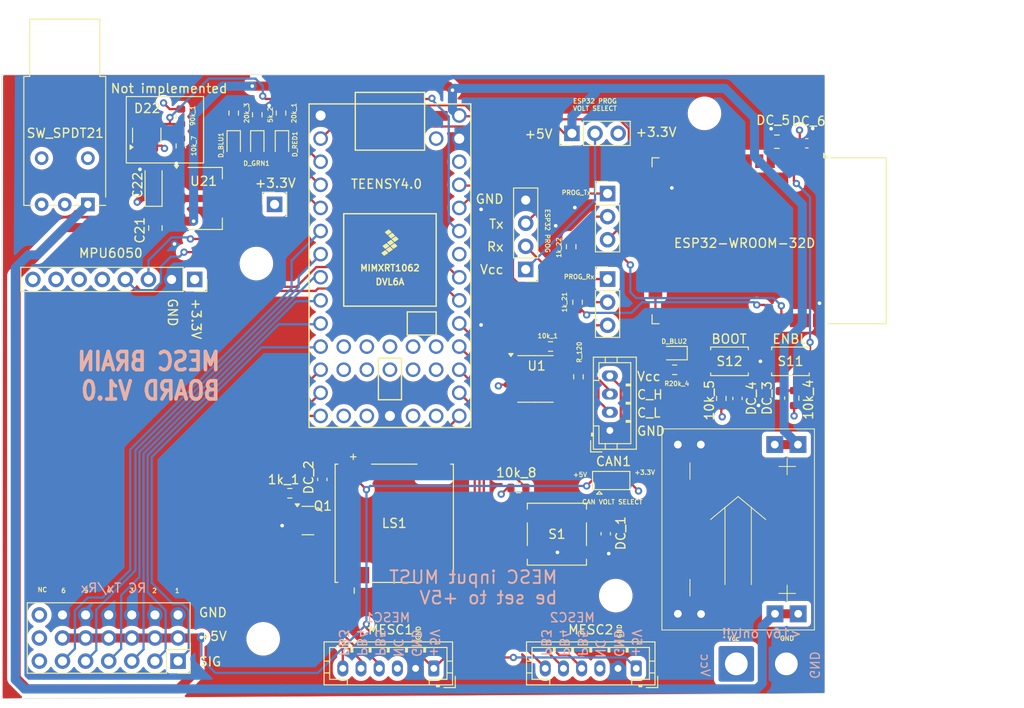
<source format=kicad_pcb>
(kicad_pcb (version 20240108) (generator "pcbnew") (generator_version "8.0")
  (layers (0 "F.Cu" signal) (1 "In1.Cu" signal) (2 "In2.Cu" signal) (31 "B.Cu" signal) (34 "B.Paste" user) (35 "F.Paste" user) (36 "B.SilkS" user "B.Silkscreen") (37 "F.SilkS" user "F.Silkscreen") (38 "B.Mask" user) (39 "F.Mask" user) (44 "Edge.Cuts" user))
  (net 0 "")
  (net 1 "GND")
  (net 2 "+5V")
  (net 3 "+3.3V")
  (net 4 "ESP_EN")
  (net 5 "IO0")
  (net 6 "ESP_RX_OUT")
  (net 7 "U0RXD")
  (net 8 "ESP_TX_OUT")
  (net 9 "U0TXD")
  (net 10 "Net-(J12-Pin_2)")
  (net 11 "SPEAKER")
  (net 12 "Net-(Q1-B)")
  (net 13 "Net-(Q1-C)")
  (net 14 "LED1")
  (net 15 "LED2")
  (net 16 "CAN_LO")
  (net 17 "CAN_HI")
  (net 18 "/MPU6050_SCL")
  (net 19 "BUTTON")
  (net 20 "RC_Throttle")
  (net 21 "RC_Steering")
  (net 22 "RC_Mode")
  (net 23 "/CAN_TX")
  (net 24 "/MPU6050_XDA")
  (net 25 "/MPU6050_INT")
  (net 26 "/MPU6050_SDA")
  (net 27 "/MPU6050_XCL")
  (net 28 "/MPU6050_AD0")
  (net 29 "ESP_RX")
  (net 30 "ESP_TX")
  (net 31 "/CAN_RX")
  (net 32 "VSENSE")
  (net 33 "RC_Z")
  (net 34 "RC_Y")
  (net 35 "RC_X")
  (net 36 "MESC1_VCC")
  (net 37 "Net-(J14-Pin_1)")
  (net 38 "Net-(U1-Rs)")
  (net 43 "Net-(J13-Pin_2)")
  (net 84 "Net-(D_BLU1-K)")
  (net 85 "Net-(D_GRN1-K)")
  (net 86 "Net-(D_RED1-K)")
  (net 87 "Net-(D_BLU2-K)")
  (net 88 "Net-(D_BLU2-A)")
  (net 89 "Net-(CAN1-Pin_4)")
  (net 94 "Vcc")
  (net 95 "Net-(SW_SPDT21-A)")
  (net 96 "PB4_1")
  (net 97 "PB5_1")
  (net 98 "PB3_1")
  (net 99 "PB6_1")
  (net 100 "PB4_2")
  (net 101 "PB3_2")
  (net 102 "PB6_2")
  (net 103 "PB5_2")
  (footprint "Connector_PinSocket_2.54mm:my_PinSocket_3x07_P2.54mm_Vertical" (layer "F.Cu") (at 32.39 79.95 -90)
    (property "Reference" "J1" (hide yes))
    (property "Value" "Conn_01x18" (hide yes))
  )
  (footprint "Capacitor_SMD:C_0603_1608Metric" (layer "F.Cu") (at 93.8784 51.0794 90)
    (property "Reference" "DC_4")
    (property "Value" "100nF")
  )
  (footprint "LED_SMD:LED_0603_1608Metric" (layer "F.Cu") (at 43.81 23.13875 -90)
    (property "Reference" "D_RED1")
    (property "Value" "LED RED")
  )
  (footprint "Connector_JST:JST_PH_B6B-PH-K_1x06_P2.00mm_Vertical" (layer "F.Cu") (at 60.5 80.75 180)
    (property "Reference" "MESC1")
    (property "Value" "Conn_01x06" (hide yes))
  )
  (footprint "Converter_DCDC:my_buck_boost" (layer "F.Cu") (at 93.95 65.475 90)
    (property "Reference" "U22" (hide yes))
    (property "Value" "my_buck_boost" (hide yes))
  )
  (footprint "LED_SMD:LED_0603_1608Metric" (layer "F.Cu") (at 41.1 23.13875 -90)
    (property "Reference" "D_GRN1")
    (property "Value" "LED GRN")
  )
  (footprint "Resistor_SMD:R_0603_1608Metric" (layer "F.Cu") (at 86.9696 47.9298)
    (property "Reference" "R20k_4")
    (property "Value" "20k")
  )
  (footprint "Resistor_SMD:R_0603_1608Metric" (layer "F.Cu") (at 69.7965 60.9178 180)
    (property "Reference" "10k_8")
    (property "Value" "10k")
  )
  (footprint "Package_TO_SOT_SMD:SOT-23-3" (layer "F.Cu") (at 28.95 22.1625 90)
    (property "Reference" "D22")
    (property "Value" "BAT54S")
  )
  (footprint "Resistor_SMD:R_0603_1608Metric" (layer "F.Cu") (at 38.51 19.71375 -90)
    (property "Reference" "20k_3")
    (property "Value" "20k")
  )
  (footprint "Capacitor_SMD:C_0603_1608Metric" (layer "F.Cu") (at 48.25 59.975 -90)
    (property "Reference" "DC_2")
    (property "Value" "100nF")
  )
  (footprint "Resistor_SMD:R_0603_1608Metric" (layer "F.Cu") (at 44.675 61.5 180)
    (property "Reference" "1k_1")
    (property "Value" "10k")
  )
  (footprint "Package_TO_SOT_SMD:SOT-23" (layer "F.Cu") (at 46.6625 64.5)
    (property "Reference" "Q1")
    (property "Value" "my_BC337")
  )
  (footprint "Resistor_SMD:R_0603_1608Metric" (layer "F.Cu") (at 100.1014 51.0408 -90)
    (property "Reference" "10k_4")
    (property "Value" "10k")
  )
  (footprint "Button_Switch_SMD:SW_Push_SPST_NO_Alps_SKRK" (layer "F.Cu") (at 99.7 47)
    (property "Reference" "S11")
    (property "Value" "TL3342F160QG")
  )
  (footprint "Resistor_SMD:R_0603_1608Metric" (layer "F.Cu") (at 76.4 48.7 90)
    (property "Reference" "R_120")
    (property "Value" "120")
  )
  (footprint "Jumper:SolderJumper-3_P1.3mm_Open_Pad1.0x1.5mm" (layer "F.Cu") (at 80 60.1)
    (property "Reference" "JP1" (hide yes))
    (property "Value" "SolderJumper_3_Open")
  )
  (footprint "Button_Switch_SMD:SW_Push_SPST_NO_Alps_SKRK" (layer "F.Cu") (at 93 47 180)
    (property "Reference" "S12")
    (property "Value" "TL3342F160QG")
  )
  (footprint "Connector_PinHeader_2.54mm:PinHeader_1x04_P2.54mm_Vertical" (layer "F.Cu") (at 70.6 36.9 180)
    (property "Reference" "J14" (hide yes))
    (property "Value" "SERIAL1")
  )
  (footprint "Capacitor_SMD:C_0603_1608Metric" (layer "F.Cu") (at 101.5 23.0378)
    (property "Reference" "DC_6")
    (property "Value" "100nF")
  )
  (footprint "Connector_PinSocket_2.54mm:PinSocket_1x01_P2.54mm_Vertical" (layer "F.Cu") (at 43 29.75 90)
    (property "Reference" "J22" (hide yes))
    (property "Value" "Conn_01x01")
  )
  (footprint "MountingHole:MountingHole_3.2mm_M3" (layer "F.Cu") (at 41.75 77.5)
    (property "Reference" "REF**" (hide yes))
    (property "Value" "MountingHole_3.2mm_M3")
  )
  (footprint "Resistor_SMD:R_0603_1608Metric" (layer "F.Cu") (at 92.1004 51.0794 -90)
    (property "Reference" "10k_5")
    (property "Value" "10k")
  )
  (footprint "Capacitor_SMD:C_0603_1608Metric" (layer "F.Cu") (at 98.552 51.0408 90)
    (property "Reference" "DC_3")
    (property "Value" "100nF")
  )
  (footprint "Button_Switch_THT:SW_NKK_BB15AH" (layer "F.Cu") (at 22.48 29.75 180)
    (property "Reference" "SW_SPDT21")
    (property "Value" "SW_SPDT")
  )
  (footprint "MountingHole:MountingHole_3.2mm_M3" (layer "F.Cu") (at 80.5 72.75)
    (property "Reference" "REF**" (hide yes))
    (property "Value" "MountingHole_3.2mm_M3")
  )
  (footprint "Resistor_SMD:R_0603_1608Metric" (layer "F.Cu") (at 32.7 20.1 -90)
    (property "Reference" "90k_1")
    (property "Value" "90k")
  )
  (footprint "Connector_JST:JST_PH_B6B-PH-K_1x06_P2.00mm_Vertical" (layer "F.Cu") (at 82.75 80.75 180)
    (property "Reference" "MESC2")
    (property "Value" "Conn_01x06" (hide yes))
  )
  (footprint "LED_SMD:LED_0603_1608Metric" (layer "F.Cu") (at 86.868 46.101 180)
    (property "Reference" "D_BLU2")
    (property "Value" "BLUE")
  )
  (footprint "Package_SO:SOIC-8_3.9x4.9mm_P1.27mm" (layer "F.Cu") (at 71.675 48.935)
    (property "Reference" "U1")
    (property "Value" "TJA1050T/CM,118")
  )
  (footprint "Connector_Wire:SolderWire-2sqmm_1x01_D2mm_OD3.9mm" (layer "F.Cu") (at 99.25 80.25)
    (property "Reference" "J24" (hide yes))
    (property "Value" "Conn_01x01")
  )
  (footprint "Connector_PinHeader_2.54mm:PinHeader_1x03_P2.54mm_Vertical" (layer "F.Cu") (at 79.6 37.96)
    (property "Reference" "J12" (hide yes))
    (property "Value" "Conn_01x03")
  )
  (footprint "Resistor_SMD:R_0603_1608Metric" (layer "F.Cu") (at 32.7 23.325 -90)
    (property "Reference" "10k_7")
    (property "Value" "10k")
  )
  (footprint "Connector_PinSocket_2.54mm:PinSocket_1x08_P2.54mm_Vertical" (layer "F.Cu") (at 34.22 38 -90)
    (property "Reference" "MP1" (hide yes))
    (property "Value" "Conn_01x08")
  )
  (footprint "RF_Module:ESP32-WROOM-32D" (layer "F.Cu") (at 94.37 33.75 -90)
    (property "Reference" "U11" (hide yes))
    (property "Value" "ESP32-WROOM-32D")
  )
  (footprint "Resistor_SMD:R_0603_1608Metric" (layer "F.Cu") (at 43.71 19.71375 -90)
    (property "Reference" "20k_1")
    (property "Value" "20k")
  )
  (footprint "Button_Switch_SMD:SW_SPST_B3SL-1022P" (layer "F.Cu") (at 74.0309 66 180)
    (property "Reference" "S1")
    (property "Value" "TL3342F160QG")
  )
  (footprint "Package_TO_SOT_SMD:SOT-223-3_TabPin2" (layer "F.Cu") (at 35.35 29.1)
    (property "Reference" "U21")
    (property "Value" "LD1117S18TR_SOT223")
  )
  (footprint "LED_SMD:LED_0603_1608Metric" (layer "F.Cu") (at 38.51 23.13875 -90)
    (property "Reference" "D_BLU1")
    (property "Value" "LED BLU")
  )
  (footprint "Capacitor_SMD:C_0805_2012Metric" (layer "F.Cu") (at 29.9 32.35 -90)
    (property "Reference" "C21")
    (property "Value" "10uF")
  )
  (footprint "Connector_PinHeader_2.54mm:PinHeader_1x03_P2.54mm_Vertical" (layer "F.Cu") (at 75.6816 21.9456 90)
    (property "Reference" "J15" (hide yes))
    (property "Value" "Conn_01x03")
  )
  (footprint "MountingHole:MountingHole_3.2mm_M3" (layer "F.Cu") (at 90.25 19.75)
    (property "Reference" "REF**" (hide yes))
    (property "Value" "MountingHole_3.2mm_M3")
  )
  (footprint "Connector_PinHeader_2.54mm:PinHeader_1x03_P2.54mm_Vertical" (layer "F.Cu") (at 79.6 28.56)
    (property "Reference" "J13" (hide yes))
    (property "Value" "Conn_01x03")
  )
  (footprint "Capacitor_SMD:C_0603_1608Metric" (layer "F.Cu") (at 79.3977 65.947 90)
    (property "Reference" "DC_1")
    (property "Value" "100nF")
  )
  (footprint "Resistor_SMD:R_0603_1608Metric" (layer "F.Cu") (at 75.6 34.4 90)
    (property "Reference" "1k_22")
    (property "Value" "1k")
  )
  (footprint "Resistor_SMD:R_0603_1608Metric" (layer "F.Cu") (at 73.33 45.37 180)
    (property "Reference" "10k_1")
    (property "Value" "10k")
  )
  (footprint "Resistor_SMD:R_0603_1608Metric" (layer "F.Cu") (at 76.3 40.5 90)
    (property "Reference" "1k_21")
    (property "Value" "1k")
  )
  (footprint "Capacitor_Tantalum_SMD:CP_EIA-3216-18_Kemet-A" (layer "F.Cu") (at 29.7 27.65 90)
    (property "Reference" "C22")
    (property "Value" "C_Polarized_Small_US")
  )
  (footprint "teensy:Teensy40" (layer "F.Cu") (at 55.68 36.49 -90)
    (property "Reference" "U2" (hide yes))
    (property "Value" "Teensy4.0")
  )
  (footprint "CDS-13138-SMT-TR:SPKR_CDS-13138-SMT-TR" (layer "F.Cu") (at 56.1534 64.8 -90)
    (property "Reference" "LS1")
    (property "Value" "Speaker")
  )
  (footprint "Connector_JST:JST_PH_B4B-PH-K_1x04_P2.00mm_Vertical" (layer "F.Cu") (at 79.85 54.6 90)
    (property "Reference" "CAN1")
    (property "Value" "Conn_01x04")
  )
  (footprint "Resistor_SMD:R_0603_1608Metric" (layer "F.Cu") (at 41.1 19.9 -90)
    (property "Reference" "5k_2")
    (property "Value" "5k" (hide yes))
  )
  (footprint "Connector_Wire:SolderWire-2sqmm_1x01_D2mm_OD3.9mm" (layer "F.Cu") (at 93.75 80.25)
    (property "Reference" "J25" (hide yes))
    (property "Value" "Conn_01x01")
  )
  (footprint "MountingHole:MountingHole_3.2mm_M3" (layer "F.Cu") (at 41 36.25)
    (property "Reference" "REF**" (hide yes))
    (property "Value" "MountingHole_3.2mm_M3")
  )
  (footprint "Capacitor_SMD:C_0805_2012Metric" (layer "F.Cu") (at 98.2104 22.86)
    (property "Reference" "DC_5")
    (property "Value" "10uF")
  )
  (gr_rect (start 26.7 17.9) (end 35.2 25.2) (stroke (width 0.12)) (fill none) (layer "F.SilkS"))
  (gr_poly (pts (xy 103.5 83.5) (xy 103.5 15.5) (xy 13 15.5) (xy 13 84.087896)) (stroke (width 0.05)) (fill none) (layer "Edge.Cuts"))
  (gr_text "MESC2" (at 78.3 75.75 0) (layer "B.SilkS") (effects (font (size 1 1)) (justify left bottom mirror)))
  (gr_text "RC Tx/Rx" (at 29 72.5 0) (layer "B.SilkS") (effects (font (size 1 1)) (justify left bottom mirror)))
  (gr_text "Vcc" (at 89.75 81.75 270) (layer "B.SilkS") (effects (font (size 1 1) (thickness 0.13)) (justify left bottom mirror)))
  (gr_text "PB5\n" (at 76.25 79.5 270) (layer "B.SilkS") (effects (font (size 1 1)) (justify left bottom mirror)))
  (gr_text "GND\n" (at 58 79.595238 270) (layer "B.SilkS") (effects (font (size 1 1)) (justify left bottom mirror)))
  (gr_text "PB5\n" (at 54 79.5 270) (layer "B.SilkS") (effects (font (size 1 1)) (justify left bottom mirror)))
  (gr_text "GND\n" (at 80.25 79.595238 270) (layer "B.SilkS") (effects (font (size 1 1)) (justify left bottom mirror)))
  (gr_text "PB3" (at 50 79.5 -90) (layer "B.SilkS") (effects (font (size 1 1)) (justify left bottom mirror)))
  (gr_text "<16v only!!" (at 101 77.5 0) (layer "B.SilkS") (effects (font (size 1 1)) (justify left bottom mirror)))
  (gr_text "GND" (at 101.75 82 270) (layer "B.SilkS") (effects (font (size 1 1) (thickness 0.13)) (justify left bottom mirror)))
  (gr_text "PB4" (at 52 79.5 270) (layer "B.SilkS") (effects (font (size 1 1)) (justify left bottom mirror)))
  (gr_text "PB3" (at 72.25 79.5 -90) (layer "B.SilkS") (effects (font (size 1 1)) (justify left bottom mirror)))
  (gr_text "+5V\n" (at 82.2 79.6 270) (layer "B.SilkS") (effects (font (size 1 1)) (justify left bottom mirror)))
  (gr_text "NC" (at 78.2 79.7 270) (layer "B.SilkS") (effects (font (size 1 1)) (justify left bottom mirror)))
  (gr_text "+5V\n" (at 60 79.6 270) (layer "B.SilkS") (effects (font (size 1 1)) (justify left bottom mirror)))
  (gr_text "NC" (at 56 79.6 270) (layer "B.SilkS") (effects (font (size 1 1)) (justify left bottom mirror)))
  (gr_text "MESC BRAIN \nBOARD V1.0" (at 37.2 51.4 0) (layer "B.SilkS") (effects (font (size 2 1.7) (thickness 0.4) (bold yes)) (justify left bottom mirror)))
  (gr_text "PB4" (at 74.25 79.5 270) (layer "B.SilkS") (effects (font (size 1 1)) (justify left bottom mirror)))
  (gr_text "MESC1" (at 58 75.75 0) (layer "B.SilkS") (effects (font (size 1 1)) (justify left bottom mirror)))
  (gr_text "MESC input MUST\nbe set to +5V" (at 74.2 73.8 0) (layer "B.SilkS") (effects (font (size 1.4 1.4) (thickness 0.2)) (justify left bottom mirror)))
  (gr_text "3" (at 27 72.5 0) (layer "F.SilkS") (effects (font (size 0.5 0.5) (thickness 0.1) (bold yes)) (justify left bottom)))
  (gr_text "+3.3V" (at 40.75 28 0) (layer "F.SilkS") (effects (font (size 1 1)) (justify left bottom)))
  (gr_text "5" (at 22 72.5 0) (layer "F.SilkS") (effects (font (size 0.5 0.5) (thickness 0.1) (bold yes)) (justify left bottom)))
  (gr_text "GND" (at 81.2 77.5 90) (layer "F.SilkS") (effects (font (size 0.5 0.5) (thickness 0.1) (bold yes)) (justify left bottom)))
  (gr_text "GND" (at 82.75 55.25 0) (layer "F.SilkS") (effects (font (size 1 1)) (justify left bottom)))
  (gr_text "1" (at 32 72.5 0) (layer "F.SilkS") (effects (font (size 0.5 0.5) (thickness 0.1) (bold yes)) (justify left bottom)))
  (gr_text "PROG_Tx" (at 74.5 28.75 0) (layer "F.SilkS") (effects (font (size 0.5 0.5) (thickness 0.1) (bold yes)) (justify left bottom)))
  (gr_text "+5V" (at 70.4 22.6 0) (layer "F.SilkS") (effects (font (size 1 1)) (justify left bottom)))
  (gr_text "BOOT" (at 90.93 45.13 0) (layer "F.SilkS") (effects (font (size 1 1)) (justify left bottom)))
  (gr_text "GND" (at 65.011905 29.75 0) (layer "F.SilkS") (effects (font (size 1 1)) (justify left bottom)))
  (gr_text "+3.3V" (at 82.5 59.5 0) (layer "F.SilkS") (effects (font (size 0.5 0.5) (thickness 0.1) (bold yes)) (justify left bottom)))
  (gr_text "+3.3V" (at 33.8 40 270) (layer "F.SilkS") (effects (font (size 1 1)) (justify left bottom)))
  (gr_text "Rx" (at 66.25 35 0) (layer "F.SilkS") (effects (font (size 1 1)) (justify left bottom)))
  (gr_text "GND" (at 34.6 75.2 0) (layer "F.SilkS") (effects (font (size 1 1)) (justify left bottom)))
  (gr_text "GND" (at 59.1 77.7 90) (layer "F.SilkS") (effects (font (size 0.5 0.5) (thickness 0.1) (bold yes)) (justify left bottom)))
  (gr_text "TEENSY4.0" (at 51.3 28.1 0) (layer "F.SilkS") (effects (font (size 1 1)) (justify left bottom)))
  (gr_text "Vcc\n" (at 92.75 77.75 0) (layer "F.SilkS") (effects (font (size 0.5 0.5) (thickness 0.1) (bold yes)) (justify left bottom)))
  (gr_text "Vcc" (at 82.75 49.25 0) (layer "F.SilkS") (effects (font (size 1 1)) (justify left bottom)))
  (gr_text "CAN VOLT SELECT" (at 76.75 62.75 0) (layer "F.SilkS") (effects (font (size 0.5 0.5) (thickness 0.1) (bold yes)) (justify left bottom)))
  (gr_text "2" (at 29.5 72.5 0) (layer "F.SilkS") (effects (font (size 0.5 0.5) (thickness 0.1) (bold yes)) (justify left bottom)))
  (gr_text "GND" (at 31.2 40 -90) (layer "F.SilkS") (effects (font (size 1 1)) (justify left bottom)))
  (gr_text "6" (at 19.5 72.5 0) (layer "F.SilkS") (effects (font (size 0.5 0.5) (thickness 0.1) (bold yes)) (justify left bottom)))
  (gr_text "PROG_Rx" (at 74.75 38 0) (layer "F.SilkS") (effects (font (size 0.5 0.5) (thickness 0.1) (bold yes)) (justify left bottom)))
  (gr_text "+5V\n" (at 75.75 59.75 0) (layer "F.SilkS") (effects (font (size 0.5 0.5) (thickness 0.1) (bold yes)) (justify left bottom)))
  (gr_text "Tx" (at 66.488095 32.5 0) (layer "F.SilkS") (effects (font (size 1 1)) (justify left bottom)))
  (gr_text "GND" (at 98.5 77.75 0) (layer "F.SilkS") (effects (font (size 0.5 0.5) (thickness 0.1) (bold yes)) (justify left bottom)))
  (gr_text "C_L\n" (at 82.75 53.25 0) (layer "F.SilkS") (effects (font (size 1 1)) (justify left bottom)))
  (gr_text "NC" (at 16.9 72.4 0) (layer "F.SilkS") (effects (font (size 0.5 0.5) (thickness 0.1) (bold yes)) (justify left bottom)))
  (gr_text "ESP32-WROOM-32D" (at 86.8 34.6 0) (layer "F.SilkS") (effects (font (size 1 1)) (justify left bottom)))
  (gr_text "ESP32 PROG" (at 72.7 30.2 -90) (layer "F.SilkS") (effects (font (size 0.5 0.5) (thickness 0.1) (bold yes)) (justify left bottom)))
  (gr_text "C_H" (at 82.75 51.25 0) (layer "F.SilkS") (effects (font (size 1 1)) (justify left bottom)))
  (gr_text "4" (at 24.5 72.5 0) (layer "F.SilkS") (effects (font (size 0.5 0.5) (thickness 0.1) (bold yes)) (justify left bottom)))
  (gr_text "Vcc" (at 65.488095 37.5 0) (layer "F.SilkS") (effects (font (size 1 1)) (justify left bottom)))
  (gr_text "ENBL" (at 97.63 45.13 0) (layer "F.SilkS") (effects (font (size 1 1)) (justify left bottom)))
  (gr_text "+5V" (at 34.6 77.8 0) (layer "F.SilkS") (effects (font (size 1 1)) (justify left bottom)))
  (gr_text "Not implemented" (at 24.9 17.6 0) (layer "F.SilkS") (effects (font (size 1 1)) (justify left bottom)))
  (gr_text "ESP32 PROG\nVOLT SELECT" (at 75.75 19.5 0) (layer "F.SilkS") (effects (font (size 0.5 0.5) (thickness 0.1) (bold yes)) (justify left bottom)))
  (gr_text "SIG" (at 34.6 80.6 0) (layer "F.SilkS") (effects (font (size 1 1)) (justify left bottom)))
  (gr_text "MPU6050" (at 21.4 35.7 0) (layer "F.SilkS") (effects (font (size 1 1)) (justify left bottom)))
  (gr_text "+3.3V" (at 82.6 22.4 0) (layer "F.SilkS") (effects (font (size 1 1)) (justify left bottom)))
  (segment (start 79.3977 66.722) (end 79.3977 67.8012) (width 0.25) (layer "F.Cu") (net 1))
  (segment (start 98.539 51.8544) (end 98.552 51.8674) (width 0.25) (layer "F.Cu") (net 1))
  (segment (start 28.6 26.3) (end 28.2 25.9) (width 0.25) (layer "F.Cu") (net 1))
  (segment (start 38.51 18.88875) (end 42.41 18.88875) (width 0.25) (layer "F.Cu") (net 1))
  (segment (start 30.2 26.8) (end 29.7 26.3) (width 0.25) (layer "F.Cu") (net 1))
  (segment (start 71.1509 68) (end 74.0891 68) (width 0.25) (layer "F.Cu") (net 1))
  (segment (start 78.1889 66.722) (end 79.3977 66.722) (width 0.25) (layer "F.Cu") (net 1))
  (segment (start 102.1006 23.2122) (end 102.275 23.0378) (width 0.25) (layer "F.Cu") (net 1))
  (segment (start 102.62 23.3828) (end 102.275 23.0378) (width 0.25) (layer "F.Cu") (net 1))
  (segment (start 102.62 42.5) (end 102.62 40.89) (width 0.25) (layer "F.Cu") (net 1))
  (segment (start 44.2266 65.45) (end 43.8328 65.0562) (width 0.25) (layer "F.Cu") (net 1))
  (segment (start 32.2 24.65) (end 32.7 24.15) (width 0.25) (layer "F.Cu") (net 1))
  (segment (start 31.2 33.3) (end 32 34.1) (width 0.8) (layer "F.Cu") (net 1))
  (segment (start 84.86 28.04) (end 86.5648 28.04) (width 0.25) (layer "F.Cu") (net 1))
  (segment (start 32.2 26.8) (end 30.2 26.8) (width 0.25) (layer "F.Cu") (net 1))
  (segment (start 86.5648 28.04) (end 86.6648 27.94) (width 0.25) (layer "F.Cu") (net 1))
  (segment (start 74.0891 68) (end 76.9109 68) (width 0.25) (layer "F.Cu") (net 1))
  (segment (start 29.9 33.3) (end 31.2 33.3) (width 0.8) (layer "F.Cu") (net 1))
  (segment (start 102.62 25) (end 102.62 23.3828) (width 0.25) (layer "F.Cu") (net 1))
  (segment (start 96.1898 51.8544) (end 98.539 51.8544) (width 0.25) (layer "F.Cu") (net 1))
  (segment (start 102.275 21.5398) (end 102.1474 21.4122) (width 0.25) (layer "F.Cu") (net 1))
  (segment (start 87.325 56.15) (end 89.85 56.15) (width 1) (layer "F.Cu") (net 1))
  (segment (start 96.4 47) (end 97.6 47) (width 0.25) (layer "F.Cu") (net 1))
  (segment (start 97.2604 21.7526) (end 97.5754 21.4376) (width 0.25) (layer "F.Cu") (net 1))
  (segment (start 45.725 65.45) (end 44.2266 65.45) (width 0.25) (layer "F.Cu") (net 1))
  (segment (start 102.62 25) (end 102.62 23.2122) (width 0.25) (layer "F.Cu") (net 1))
  (segment (start 29.7 26.3) (end 28.6 26.3) (width 0.25) (layer "F.Cu") (net 1))
  (segment (start 32.2 25.25) (end 32.2 24.65) (width 0.25) (layer "F.Cu") (net 1))
  (segment (start 89.85 74.75) (end 89.875 74.775) (width 1) (layer "F.Cu") (net 1))
  (segment (start 95.1 47) (end 96.4 47) (width 0.25) (layer "F.Cu") (net 1))
  (segment (start 102.62 40.89) (end 102.8954 40.6146) (width 0.25) (layer "F.Cu") (net 1))
  (segment (start 93.8784 51.8544) (end 96.1898 51.8544) (width 0.25) (layer "F.Cu") (net 1))
  (segment (start 102.275 23.0378) (end 102.275 21.5398) (width 0.25) (layer "F.Cu") (net 1))
  (segment (start 76.9109 68) (end 78.1889 66.722) (width 0.25) (layer "F.Cu") (net 1))
  (segment (start 32.2 26.8) (end 32.2 25.25) (width 0.25) (layer "F.Cu") (net 1))
  (segment (start 97.2604 22.86) (end 97.2604 21.7526) (width 0.25) (layer "F.Cu") (net 1))
  (segment (start 79.3977 67.8012) (end 79.7279 68.1314) (width 0.25) (layer "F.Cu") (net 1))
  (segment (start 42.41 18.88875) (end 43.71 18.88875) (width 0.25) (layer "F.Cu") (net 1))
  (segment (start 87.325 74.75) (end 89.85 74.75) (width 1) (layer "F.Cu") (net 1))
  (via (at 74.0891 68) (size 0.8) (drill 0.4) (layers "F.Cu" "B.Cu") (net 1))
  (via (at 65.7 43) (size 0.8) (drill 0.4) (layers "F.Cu" "B.Cu") (net 1))
  (via (at 65.7 30.3) (size 0.8) (drill 0.4) (layers "F.Cu" "B.Cu") (net 1))
  (via (at 79.7279 68.1314) (size 0.8) (drill 0.4) (layers "F.Cu" "B.Cu") (net 1))
  (via (at 86.6648 27.94) (size 0.8) (drill 0.4) (layers "F.Cu" "B.Cu") (net 1))
  (via (at 102.8954 40.6146) (size 0.8) (drill 0.4) (layers "F.Cu" "B.Cu") (net 1))
  (via (at 102.1474 21.4122) (size 0.8) (drill 0.4) (layers "F.Cu" "B.Cu") (net 1))
  (via (at 96.1898 51.8544) (size 0.8) (drill 0.4) (layers "F.Cu" "B.Cu") (net 1))
  (via (at 28.2 25.9) (size 0.8) (drill 0.4) (layers "F.Cu" "B.Cu") (net 1))
  (via (at 76 30.1) (size 0.8) (drill 0.4) (layers "F.Cu" "B.Cu") (net 1))
  (via (at 73.9 32.1) (size 0.8) (drill 0.4) (layers "F.Cu" "B.Cu") (net 1))
  (via (at 42.41 18.88875) (size 0.8) (drill 0.4) (layers "F.Cu" "B.Cu") (net 1))
  (via (at 43.8328 65.0562) (size 0.8) (drill 0.4) (layers "F.Cu" "B.Cu") (net 1))
  (via (at 32 34.1) (size 0.8) (drill 0.4) (layers "F.Cu" "B.Cu") (net 1))
  (via (at 32.2 25.25) (size 0.8) (drill 0.4) (layers "F.Cu" "B.Cu") (net 1))
  (via (at 97.5754 21.4376) (size 0.8) (drill 0.4) (layers "F.Cu" "B.Cu") (net 1))
  (via (at 96.4 47) (size 0.8) (drill 0.4) (layers "F.Cu" "B.Cu") (net 1))
  (segment (start 53.1 76.325) (end 53.1 75.9) (width 0.25) (layer "F.Cu") (net 2))
  (segment (start 34.95 77.35) (end 34.89 77.41) (width 1) (layer "F.Cu") (net 2))
  (segment (start 40.55 16.75) (end 62.1 16.75) (width 1) (layer "F.Cu") (net 2))
  (segment (start 51.8034 59.1) (end 51.8034 59.8034) (width 0.25) (layer "F.Cu") (net 2))
  (segment (start 48.3208 59.1) (end 48.2524 59.1684) (width 0.25) (layer "F.Cu") (net 2))
  (segment (start 77.9 60.1) (end 77.3 60.7) (width 0.25) (layer "F.Cu") (net 2))
  (segment (start 34.89 77.41) (end 34.3 77.41) (width 1) (layer "F.Cu") (net 2))
  (segment (start 34.3 77.41) (end 34.3 81.14) (width 1) (layer "F.Cu") (net 2))
  (segment (start 32.2 31.4) (end 29.9 31.4) (width 0.8) (layer "F.Cu") (net 2))
  (segment (start 97.975 56.15) (end 100.525 56.15) (width 1) (layer "F.Cu") (net 2))
  (segment (start 14.6 81.8) (end 14.6 37.647968) (width 1) (layer "F.Cu") (net 2))
  (segment (start 57.85 78.1) (end 54.875 78.1) (width 0.25) (layer "F.Cu") (net 2))
  (segment (start 51.8034 59.1) (end 48.75 59.1) (width 0.25) (layer "F.Cu") (net 2))
  (segment (start 74.8456 21.9456) (end 72.966 20.066) (width 0.25) (layer "F.Cu") (net 2))
  (segment (start 69.25 79.55) (end 61.7 79.55) (width 0.25) (layer "F.Cu") (net 2))
  (segment (start 34.3 81.14) (end 32.44 83) (width 1) (layer "F.Cu") (net 2))
  (segment (start 14.6 37.647968) (end 19.947968 32.3) (width 1) (layer "F.Cu") (net 2))
  (segment (start 25.4 31.4) (end 32.2 31.4) (width 1) (layer "F.Cu") (net 2))
  (segment (start 78.7 60.1) (end 77.9 60.1) (width 0.25) (layer "F.Cu") (net 2))
  (segment (start 32.4 31.6) (end 32.2 31.4) (width 1) (layer "F.Cu") (net 2))
  (segment (start 32.44 83) (end 15.8 83) (width 1) (layer "F.Cu") (net 2))
  (segment (start 54.875 78.1) (end 53.1 76.325) (width 0.25) (layer "F.Cu") (net 2))
  (segment (start 48.75 59.1) (end 48.3208 59.1) (width 0.25) (layer "F.Cu") (net 2))
  (segment (start 19.947968 32.3) (end 24.5 32.3) (width 1) (layer "F.Cu") (net 2))
  (segment (start 61.7 79.55) (end 60.5 80.75) (width 0.25) (layer "F.Cu") (net 2))
  (segment (start 72.966 20.066) (end 63.2714 20.066) (width 0.25) (layer "F.Cu") (net 2))
  (segment (start 48.75 59.1) (end 48.35 59.1) (width 0.25) (layer "F.Cu") (net 2))
  (segment (start 48.35 59.1) (end 48.25 59.2) (width 0.25) (layer "F.Cu") (net 2))
  (segment (start 34.1 31.6) (end 32.4 31.6) (width 1) (layer "F.Cu") (net 2))
  (segment (start 34.3 77.41) (end 19.69 77.41) (width 1) (layer "F.Cu") (net 2))
  (segment (start 62.1 16.75) (end 62.55 17.2) (width 1) (layer "F.Cu") (net 2))
  (segment (start 60.5 80.75) (end 57.85 78.1) (width 0.25) (layer "F.Cu") (net 2))
  (segment (start 15.8 83) (end 14.6 81.8) (width 1) (layer "F.Cu") (net 2))
  (segment (start 51.8034 59.8034) (end 53.1 61.1) (width 0.25) (layer "F.Cu") (net 2))
  (segment (start 24.5 32.3) (end 25.4 31.4) (width 1) (layer "F.Cu") (net 2))
  (segment (start 75.6816 21.9456) (end 74.8456 21.9456) (width 0.25) (layer "F.Cu") (net 2))
  (segment (start 32.39 77.41) (end 19.69 77.41) (width 0.25) (layer "F.Cu") (net 2))
  (via (at 77.3 60.7) (size 0.8) (drill 0.4) (layers "F.Cu" "B.Cu") (net 2))
  (via (at 53.1 75.9) (size 0.8) (drill 0.4) (layers "F.Cu" "B.Cu") (net 2))
  (via (at 62.55 17.2) (size 0.8) (drill 0.4) (layers "F.Cu" "B.Cu") (net 2))
  (via (at 69.25 79.55) (size 0.8) (drill 0.4) (layers "F.Cu" "B.Cu") (net 2))
  (via (at 34.95 77.35) (size 0.8) (drill 0.4) (layers "F.Cu" "B.Cu") (net 2))
  (via (at 40.55 16.75) (size 0.8) (drill 0.4) (layers "F.Cu" "B.Cu") (net 2))
  (via (at 34.1 31.6) (size 0.8) (drill 0.4) (layers "F.Cu" "B.Cu") (net 2))
  (via (at 53.1 61.1) (size 0.8) (drill 0.4) (layers "F.Cu" "B.Cu") (net 2))
  (segment (start 101 43) (end 101 29.75) (width 1) (layer "B.Cu") (net 2))
  (segment (start 34.95 79.7) (end 34.95 77.35) (width 0.25) (layer "B.Cu") (net 2))
  (segment (start 100.525 56.15) (end 99 54.625) (width 1) (layer "B.Cu") (net 2))
  (segment (start 34.1 19.944365) (end 37.294365 16.75) (width 1) (layer "B.Cu") (net 2))
  (segment (start 77.3 60.7) (end 53.5 60.7) (width 0.25) (layer "B.Cu") (net 2))
  (segment (start 92.5 17) (end 78.25 17) (width 1) (layer "B.Cu") (net 2))
  (segment (start 99 54.625) (end 99 45) (width 1) (layer "B.Cu") (net 2))
  (segment (start 53.1 75.9) (end 47.75 81.25) (width 0.25) (layer "B.Cu") (net 2))
  (segment (start 62.55 19.3446) (end 63.2714 20.066) (width 1) (layer "B.Cu") (net 2))
  (segment (start 101 29.75) (end 95.75 24.5) (width 1) (layer "B.Cu") (net 2))
  (segment (start 34.1 31.6) (end 34.1 19.944365) (width 1) (layer "B.Cu") (net 2))
  (segment (start 78.25 17) (end 78.25 17.5) (width 1) (layer "B.Cu") (net 2))
  (segment (start 78.25 17.5) (end 75.6816 20.0684) (width 1) (layer "B.Cu") (net 2))
  (segment (start 81.55 79.55) (end 69.25 79.55) (width 0.25) (layer "B.Cu") (net 2))
  (segment (start 75.6816 20.0684) (end 75.6816 21.9456) (width 1) (layer "B.Cu") (net 2))
  (segment (start 47.75 81.25) (end 36.5 81.25) (width 0.25) (layer "B.Cu") (net 2))
  (segment (start 37.294365 16.75) (end 40.55 16.75) (width 1) (layer "B.Cu") (net 2))
  (segment (start 34.95 77.35) (end 35 77.3) (width 1) (layer "B.Cu") (net 2))
  (segment (start 53.1 61.1) (end 53.1 75.9) (width 0.25) (layer "B.Cu") (net 2))
  (segment (start 62.75 17) (end 62.55 17.2) (width 1) (layer "B.Cu") (net 2))
  (segment (start 62.55 17.2) (end 62.55 19.3446) (width 1) (layer "B.Cu") (net 2))
  (segment (start 53.5 60.7) (end 53.1 61.1) (width 0.25) (layer "B.Cu") (net 2))
  (segment (start 99 45) (end 101 43) (width 1) (layer "B.Cu") (net 2))
  (segment (start 82.75 80.75) (end 81.55 79.55) (width 0.25) (layer "B.Cu") (net 2))
  (segment (start 95.75 20.25) (end 92.5 17) (width 1) (layer "B.Cu") (net 2))
  (segment (start 95.75 24.5) (end 95.75 20.25) (width 1) (layer "B.Cu") (net 2))
  (segment (start 36.5 81.25) (end 34.95 79.7) (width 0.25) (layer "B.Cu") (net 2))
  (segment (start 78.25 17) (end 62.75 17) (width 1) (layer "B.Cu") (net 2))
  (segment (start 99.3382 23.0378) (end 99.1604 22.86) (width 0.25) (layer "F.Cu") (net 3))
  (segment (start 30.6 23.3) (end 30.9 23.6) (width 0.25) (layer "F.Cu") (net 3))
  (segment (start 100.725 23.0378) (end 99.3382 23.0378) (width 0.25) (layer "F.Cu") (net 3))
  (segment (start 29.7 29) (end 28.4 29) (width 0.8) (layer "F.Cu") (net 3))
  (segment (start 68.5931 60.9178) (end 67.9109 61.6) (width 0.25) (layer "F.Cu") (net 3))
  (segment (start 69.2 49.57) (end 67.73 49.57) (width 0.25) (layer "F.Cu") (net 3))
  (segment (start 67.73 49.57) (end 67.6 49.7) (width 0.25) (layer "F.Cu") (net 3))
  (segment (start 38.5 23.93625) (end 38.51 23.92625) (width 0.8) (layer "F.Cu") (net 3))
  (segment (start 32.1 29) (end 32.2 29.1) (width 0.8) (layer "F.Cu") (net 3))
  (segment (start 101.35 25) (end 101.35 23.6628) (width 0.25) (layer "F.Cu") (net 3))
  (segment (start 92.1004 51.9044) (end 92.1004 53.0004) (width 0.25) (layer "F.Cu") (net 3))
  (segment (start 100.725 21.6154) (end 100.6996 21.59) (width 0.25) (layer "F.Cu") (net 3))
  (segment (start 29.9 23.3) (end 30.6 23.3) (width 0.25) (layer "F.Cu") (net 3))
  (segment (start 81.85 60.1) (end 83 61.25) (width 0.25) (layer "F.Cu") (net 3))
  (segment (start 32.2 29.1) (end 38.5 29.1) (width 0.8) (layer "F.Cu") (net 3))
  (segment (start 29.7 29) (end 32.1 29) (width 0.8) (layer "F.Cu") (net 3))
  (segment (start 101.35 23.6628) (end 100.725 23.0378) (width 0.25) (layer "F.Cu") (net 3))
  (segment (start 92.1004 53.0004) (end 92.2 53.1) (width 0.25) (layer "F.Cu") (net 3))
  (segment (start 28.4 29) (end 27.9 29.5) (width 0.8) (layer "F.Cu") (net 3))
  (segment (start 100.1014 52.9986) (end 100.1 53) (width 0.25) (layer "F.Cu") (net 3))
  (segment (start 68.9715 60.9178) (end 68.5931 60.9178) (width 0.25) (layer "F.Cu") (net 3))
  (segment (start 81.3 60.1) (end 81.85 60.1) (width 0.25) (layer "F.Cu") (net 3))
  (segment (start 100.1014 51.8658) (end 100.1014 52.9986) (width 0.25) (layer "F.Cu") (net 3))
  (segment (start 100.725 23.0378) (end 100.725 21.6154) (width 0.25) (layer "F.Cu") (net 3))
  (segment (start 38.5 29.1) (end 38.5 23.93625) (width 0.8) (layer "F.Cu") (net 3))
  (via (at 27.9 29.5) (size 0.8) (drill 0.4) (layers "F.Cu" "B.Cu") (net 3))
  (via (at 67.9109 61.6) (size 0.8) (drill 0.4) (layers "F.Cu" "B.Cu") (net 3))
  (via (at 100.6996 21.59) (size 0.8) (drill 0.4) (layers "F.Cu" "B.Cu") (net 3))
  (via (at 30.9 23.6) (size 0.8) (drill 0.4) (layers "F.Cu" "B.Cu") (net 3))
  (via (at 67.6 49.7) (size 0.8) (drill 0.4) (layers "F.Cu" "B.Cu") (net 3))
  (via (at 92.2 53.1) (size 0.8) (drill 0.4) (layers "F.Cu" "B.Cu") (net 3))
  (via (at 100.1 53) (size 0.8) (drill 0.4) (layers "F.Cu" "B.Cu") (net 3))
  (via (at 83 61.25) (size 0.8) (drill 0.4) (layers "F.Cu" "B.Cu") (net 3))
  (segment (start 101.854 46.646) (end 101.8 46.7) (width 0.25) (layer "F.Cu") (net 4))
  (segment (start 100.08 25) (end 100.08 27.182) (width 0.25) (layer "F.Cu") (net 4))
  (segment (start 100.075 48.425) (end 101.8 46.7) (width 0.25) (layer "F.Cu") (net 4))
  (segment (start 100.1014 50.2158) (end 100.1014 48.4514) (width 0.25) (layer "F.Cu") (net 4))
  (segment (start 98.6536 50.2158) (end 98.552 50.3174) (width 0.25) (layer "F.Cu") (net 4))
  (segment (start 100.1014 50.2158) (end 98.6536 50.2158) (width 0.25) (layer "F.Cu") (net 4))
  (segment (start 100.08 27.182) (end 100.3554 27.4574) (width 0.25) (layer "F.Cu") (net 4))
  (segment (start 101.854 44.9072) (end 101.854 46.646) (width 0.25) (layer "F.Cu") (net 4))
  (segment (start 100.1014 48.4514) (end 100.075 48.425) (width 0.25) (layer "F.Cu") (net 4))
  (via (at 100.3554 27.4574) (size 0.8) (drill 0.4) (layers "F.Cu" "B.Cu") (net 4))
  (via (at 101.854 44.9072) (size 0.8) (drill 0.4) (layers "F.Cu" "B.Cu") (net 4))
  (segment (start 100.3554 27.4574) (end 101.854 28.956) (width 0.25) (layer "B.Cu") (net 4))
  (segment (start 101.854 28.956) (end 101.854 44.9072) (width 0.25) (layer "B.Cu") (net 4))
  (segment (start 86.11 43.5) (end 86.11 42.5) (width 0.25) (layer "F.Cu") (net 5))
  (segment (start 90.9 46.7) (end 90.9 45.5864) (width 0.25) (layer "F.Cu") (net 5))
  (segment (start 87.0092 44.3992) (end 86.11 43.5) (width 0.25) (layer "F.Cu") (net 5))
  (segment (start 90.9 45.5864) (end 89.7128 44.3992) (width 0.25) (layer "F.Cu") (net 5))
  (segment (start 93.8784 50.3044) (end 92.1504 50.3044) (width 0.25) (layer "F.Cu") (net 5))
  (segment (start 92.1136 47.9136) (end 90.9 46.7) (width 0.25) (layer "F.Cu") (net 5))
  (segment (start 92.1504 50.3044) (end 92.1004 50.2544) (width 0.25) (layer "F.Cu") (net 5))
  (segment (start 89.7128 44.3992) (end 87.0092 44.3992) (width 0.25) (layer "F.Cu") (net 5))
  (segment (start 92.1136 50.7492) (end 92.1136 47.9136) (width 0.25) (layer "F.Cu") (net 5))
  (segment (start 79.6 37.96) (end 74.2 37.96) (width 0.25) (layer "F.Cu") (net 6))
  (segment (start 74.2 37.96) (end 70.6 34.36) (width 0.25) (layer "F.Cu") (net 6))
  (segment (start 97.54 41.5) (end 96.84 40.8) (width 0.25) (layer "F.Cu") (net 7))
  (segment (start 76.725 41.325) (end 77.3 41.9) (width 0.25) (layer "F.Cu") (net 7))
  (segment (start 97.54 42.5) (end 97.54 41.5) (width 0.25) (layer "F.Cu") (net 7))
  (segment (start 96.84 40.8) (end 96 40.8) (width 0.25) (layer "F.Cu") (net 7))
  (segment (start 76.3 41.325) (end 76.725 41.325) (width 0.25) (layer "F.Cu") (net 7))
  (via (at 96 40.8) (size 0.8) (drill 0.4) (layers "F.Cu" "B.Cu") (net 7))
  (via (at 77.3 41.9) (size 0.8) (drill 0.4) (layers "F.Cu" "B.Cu") (net 7))
  (segment (start 82.225 41.675) (end 83.4 40.5) (width 0.25) (layer "B.Cu") (net 7))
  (segment (start 77.525 41.675) (end 82.225 41.675) (width 0.25) (layer "B.Cu") (net 7))
  (segment (start 77.3 41.9) (end 77.525 41.675) (width 0.25) (layer "B.Cu") (net 7))
  (segment (start 95.7 40.5) (end 96 40.8) (width 0.25) (layer "B.Cu") (net 7))
  (segment (start 83.4 40.5) (end 95.7 40.5) (width 0.25) (layer "B.Cu") (net 7))
  (segment (start 79.6 28.56) (end 73.86 28.56) (width 0.25) (layer "F.Cu") (net 8))
  (segment (start 73.86 28.56) (end 70.6 31.82) (width 0.25) (layer "F.Cu") (net 8))
  (segment (start 75.6 35.225) (end 80.925 35.225) (width 0.25) (layer "F.Cu") (net 9))
  (segment (start 98.7 42.39) (end 98.81 42.5) (width 0.25) (layer "F.Cu") (net 9))
  (segment (start 98.7 40.9) (end 98.7 42.39) (width 0.25) (layer "F.Cu") (net 9))
  (segment (start 80.925 35.225) (end 82.1 36.4) (width 0.25) (layer "F.Cu") (net 9))
  (via (at 98.7 40.9) (size 0.8) (drill 0.4) (layers "F.Cu" "B.Cu") (net 9))
  (via (at 82.1 36.4) (size 0.8) (drill 0.4) (layers "F.Cu" "B.Cu") (net 9))
  (segment (start 82.1 39.4) (end 82.75 40.05) (width 0.25) (layer "B.Cu") (net 9))
  (segment (start 82.1 36.4) (end 82.1 39.4) (width 0.25) (layer "B.Cu") (net 9))
  (segment (start 82.75 40.05) (end 97.85 40.05) (width 0.25) (layer "B.Cu") (net 9))
  (segment (start 97.85 40.05) (end 98.7 40.9) (width 0.25) (layer "B.Cu") (net 9))
  (segment (start 79.6 40.5) (end 77.125 40.5) (width 0.25) (layer "F.Cu") (net 10))
  (segment (start 77.125 40.5) (end 76.3 39.675) (width 0.25) (layer "F.Cu") (net 10))
  (segment (start 50.2574 54.8) (end 44.5287 60.5287) (width 0.25) (layer "F.Cu") (net 11))
  (segment (start 43.85 61.2074) (end 43.85 61.5) (width 0.25) (layer "F.Cu") (net 11))
  (segment (start 61.5574 54.8) (end 50.2574 54.8) (width 0.25) (layer "F.Cu") (net 11))
  (segment (start 63.2714 53.086) (end 61.5574 54.8) (width 0.25) (layer "F.Cu") (net 11))
  (segment (start 44.5287 60.5287) (end 43.85 61.2074) (width 0.25) (layer "F.Cu") (net 11))
  (segment (start 44.5287 60.5287) (end 43.5826 61.4748) (width 0.25) (layer "F.Cu") (net 11))
  (segment (start 45.4076 63.2326) (end 45.725 63.55) (width 0.25) (layer "F.Cu") (net 12))
  (segment (start 45.4076 61.5) (end 45.4076 63.2326) (width 0.25) (layer "F.Cu") (net 12))
  (segment (start 45.5 61.5) (end 45.4076 61.5) (width 0.25) (layer "F.Cu") (net 12))
  (segment (start 45.4076 61.4748) (end 45.4076 61.5) (width 0.25) (layer "F.Cu") (net 12))
  (segment (start 51.8034 65.6034) (end 51.7 65.5) (width 0.25) (layer "F.Cu") (net 13))
  (segment (start 48.717 61.533) (end 51.7 64.516) (width 0.25) (layer "F.Cu") (net 13))
  (segment (start 48.6 65.5) (end 47.6 64.5) (width 0.25) (layer "F.Cu") (net 13))
  (segment (start 47.592 64.492) (end 47.6 64.5) (width 0.25) (layer "F.Cu") (net 13))
  (segment (start 48.592 61.408) (end 48.592 61.092) (width 0.25) (layer "F.Cu") (net 13))
  (segment (start 48.717 61.533) (end 48.592 61.408) (width 0.25) (layer "F.Cu") (net 13))
  (segment (start 51.8034 70.5) (end 51.8034 65.6034) (width 0.25) (layer "F.Cu") (net 13))
  (segment (start 51.7 64.516) (end 51.7 65.5) (width 0.25) (layer "F.Cu") (net 13))
  (segment (start 48.592 61.092) (end 48.25 60.75) (width 0.25) (layer "F.Cu") (net 13))
  (segment (start 51.7 65.5) (end 48.6 65.5) (width 0.25) (layer "F.Cu") (net 13))
  (segment (start 48.2524 61.0684) (end 48.717 61.533) (width 0.25) (layer "F.Cu") (net 13))
  (segment (start 48.0314 27.686) (end 44.27165 23.92625) (width 0.25) (layer "F.Cu") (net 14))
  (segment (start 44.27165 23.92625) (end 43.81 23.92625) (width 0.25) (layer "F.Cu") (net 14))
  (segment (start 41.73165 23.92625) (end 41.1 23.92625) (width 0.25) (layer "F.Cu") (net 15))
  (segment (start 48.0314 30.226) (end 41.73165 23.92625) (width 0.25) (layer "F.Cu") (net 15))
  (segment (start 76.355 49.57) (end 76.4 49.525) (width 0.25) (layer "F.Cu") (net 16))
  (segment (start 78.6 49.9) (end 78.225 49.525) (width 0.25) (layer "F.Cu") (net 16))
  (segment (start 78.225 49.525) (end 76.4 49.525) (width 0.25) (layer "F.Cu") (net 16))
  (segment (start 74.15 49.57) (end 76.355 49.57) (width 0.25) (layer "F.Cu") (net 16))
  (segment (start 78.6 51.35) (end 78.6 49.9) (width 0.25) (layer "F.Cu") (net 16))
  (segment (start 79.85 52.6) (end 78.6 51.35) (width 0.25) (layer "F.Cu") (net 16))
  (segment (start 74.15 48.3) (end 75.975 48.3) (width 0.25) (layer "F.Cu") (net 17))
  (segment (start 79.515 50.935) (end 79.85 50.6) (width 0.25) (layer "F.Cu") (net 17))
  (segment (start 77.51 47.875) (end 76.4 47.875) (width 0.25) (layer "F.Cu") (net 17))
  (segment (start 79.85 50.6) (end 79.85 50.215) (width 0.25) (layer "F.Cu") (net 17))
  (segment (start 79.85 50.215) (end 77.51 47.875) (width 0.25) (layer "F.Cu") (net 17))
  (segment (start 75.975 48.3) (end 76.4 47.875) (width 0.25) (layer "F.Cu") (net 17))
  (segment (start 40.061 38.811) (end 45.41801 38.811) (width 0.25) (layer "F.Cu") (net 18))
  (segment (start 47.594009 36.635) (end 62.0604 36.635) (width 0.25) (layer "F.Cu") (net 18))
  (segment (start 62.0604 36.635) (end 63.2714 37.846) (width 0.25) (layer "F.Cu") (net 18))
  (segment (start 46.364505 37.864505) (end 47.594009 36.635) (width 0.25) (layer "F.Cu") (net 18))
  (segment (start 33.75 33.55) (end 34.8 33.55) (width 0.25) (layer "F.Cu") (net 18))
  (segment (start 45.41801 38.811) (end 46.364505 37.864505) (width 0.25) (layer "F.Cu") (net 18))
  (segment (start 34.8 33.55) (end 40.061 38.811) (width 0.25) (layer "F.Cu") (net 18))
  (via (at 33.75 33.55) (size 0.8) (drill 0.4) (layers "F.Cu" "B.Cu") (net 18))
  (segment (start 33.75 33.55) (end 33.575 33.375) (width 0.25) (layer "B.Cu") (net 18))
  (segment (start 33.575 33.375) (end 31.675 33.375) (width 0.25) (layer "B.Cu") (net 18))
  (segment (start 29.14 35.91) (end 29.14 38) (width 0.25) (layer "B.Cu") (net 18))
  (segment (start 31.675 33.375) (end 29.14 35.91) (width 0.25) (layer "B.Cu") (net 18))
  (segment (start 70.6215 63.3176) (end 70.6215 60.9178) (width 0.25) (layer "F.Cu") (net 19))
  (segment (start 67.45 59.75) (end 66.45 58.75) (width 0.25) (layer "F.Cu") (net 19))
  (segment (start 66.45 58.75) (end 66.45 45.99) (width 0.25) (layer "F.Cu") (net 19))
  (segment (start 70.6215 60.9178) (end 69.4537 59.75) (width 0.25) (layer "F.Cu") (net 19))
  (segment (start 76.9109 64) (end 71.1509 64) (width 0.25) (layer "F.Cu") (net 19))
  (segment (start 69.4537 59.75) (end 67.45 59.75) (width 0.25) (layer "F.Cu") (net 19))
  (segment (start 79.3977 65.172) (end 78.0829 65.172) (width 0.25) (layer "F.Cu") (net 19))
  (segment (start 71.1509 64) (end 71.1509 63.847) (width 0.25) (layer "F.Cu") (net 19))
  (segment (start 78.0829 65.172) (end 76.9109 64) (width 0.25) (layer "F.Cu") (net 19))
  (segment (start 66.45 45.99) (end 63.3 42.84) (width 0.25) (layer "F.Cu") (net 19))
  (segment (start 71.1509 63.847) (end 70.6215 63.3176) (width 0.25) (layer "F.Cu") (net 19))
  (segment (start 31.025 78.775) (end 31.025 74.383299) (width 0.25) (layer "B.Cu") (net 20))
  (segment (start 29.05 71.05) (end 29.05 57.336396) (width 0.25) (layer "B.Cu") (net 20))
  (segment (start 29.05 57.336396) (end 29.493198 56.893198) (width 0.25) (layer "B.Cu") (net 20))
  (segment (start 29.85 79.95) (end 31.025 78.775) (width 0.25) (layer "B.Cu") (net 20))
  (segment (start 48.0314 42.926) (end 43.460396 42.926) (width 0.25) (layer "B.Cu") (net 20))
  (segment (start 29.05 72.4083) (end 29.05 71.05) (width 0.25) (layer "B.Cu") (net 20))
  (segment (start 43.460396 42.926) (end 29.05 57.336396) (width 0.25) (layer "B.Cu") (net 20))
  (segment (start 29.05 71.05) (end 29.05 70.9) (width 0.25) (layer "B.Cu") (net 20))
  (segment (start 30.37085 73.72915) (end 29.05 72.4083) (width 0.25) (layer "B.Cu") (net 20))
  (segment (start 31.025 74.383299) (end 30.37085 73.72915) (width 0.25) (layer "B.Cu") (net 20))
  (segment (start 33.565 78.775) (end 32.39 79.95) (width 0.25) (layer "B.Cu") (net 21))
  (segment (start 32.865851 73.684149) (end 33.565 74.383299) (width 0.25) (layer "B.Cu") (net 21))
  (segment (start 29.5 57.522792) (end 29.5 71.35) (width 0.25) (layer "B.Cu") (net 21))
  (segment (start 33.565 74.383299) (end 33.565 78.775) (width 0.25) (layer "B.Cu") (net 21))
  (segment (start 48.0314 45.466) (end 41.556792 45.466) (width 0.25) (layer "B.Cu") (net 21))
  (segment (start 29.5 71.35) (end 31.834149 73.684149) (width 0.25) (layer "B.Cu") (net 21))
  (segment (start 41.556792 45.466) (end 29.5 57.522792) (width 0.25) (layer "B.Cu") (net 21))
  (segment (start 31.834149 73.684149) (end 32.865851 73.684149) (width 0.25) (layer "B.Cu") (net 21))
  (segment (start 45.364 40.386) (end 48.0314 40.386) (width 0.25) (layer "B.Cu") (net 22))
  (segment (start 28.6 78.66) (end 28.6 57.15) (width 0.25) (layer "B.Cu") (net 22))
  (segment (start 27.31 79.95) (end 28.6 78.66) (width 0.25) (layer "B.Cu") (net 22))
  (segment (start 28.6 57.15) (end 45.364 40.386) (width 0.25) (layer "B.Cu") (net 22))
  (segment (start 68.131802 29.868198) (end 66.413604 28.15) (width 0.25) (layer "F.Cu") (net 23))
  (segment (start 69.2 47.03) (end 69.2 39.122792) (width 0.25) (layer "F.Cu") (net 23))
  (segment (start 66.199604 28.136) (end 65.3614 28.136) (width 0.25) (layer "F.Cu") (net 23))
  (segment (start 65.3614 28.136) (end 63.2714 30.226) (width 0.25) (layer "F.Cu") (net 23))
  (segment (start 68.131802 38.054594) (end 68.131802 29.868198) (width 0.25) (layer "F.Cu") (net 23))
  (segment (start 66.213604 28.15) (end 66.199604 28.136) (width 0.25) (layer "F.Cu") (net 23))
  (segment (start 69.2 39.122792) (end 68.131802 38.054594) (width 0.25) (layer "F.Cu") (net 23))
  (segment (start 66.413604 28.15) (end 66.213604 28.15) (width 0.25) (layer "F.Cu") (net 23))
  (segment (start 39.747726 39.261) (end 47.508009 39.261) (width 0.25) (layer "F.Cu") (net 26))
  (segment (start 47.769009 39) (end 61.8854 39) (width 0.25) (layer "F.Cu") (net 26))
  (segment (start 33.05 35) (end 35.486726 35) (width 0.25) (layer "F.Cu") (net 26))
  (segment (start 35.486726 35) (end 39.747726 39.261) (width 0.25) (layer "F.Cu") (net 26))
  (segment (start 61.8854 39) (end 63.2714 40.386) (width 0.25) (layer "F.Cu") (net 26))
  (segment (start 47.508009 39.261) (end 47.769009 39) (width 0.25) (layer "F.Cu") (net 26))
  (via (at 33.05 35) (size 0.8) (drill 0.4) (layers "F.Cu" "B.Cu") (net 26))
  (segment (start 30.505 38.35) (end 30.505 36.595) (width 0.25) (layer "B.Cu") (net 26))
  (segment (start 32.55 35.5) (end 33.05 35) (width 0.25) (layer "B.Cu") (net 26))
  (segment (start 27.775 39.175) (end 29.68 39.175) (width 0.25) (layer "B.Cu") (net 26))
  (segment (start 31.6 35.5) (end 32.55 35.5) (width 0.25) (layer "B.Cu") (net 26))
  (segment (start 30.505 36.595) (end 31.6 35.5) (width 0.25) (layer "B.Cu") (net 26))
  (segment (start 29.68 39.175) (end 30.505 38.35) (width 0.25) (layer "B.Cu") (net 26))
  (segment (start 26.6 38) (end 27.775 39.175) (width 0.25) (layer "B.Cu") (net 26))
  (segment (start 49.4464 21.191) (end 64.891 21.191) (width 0.25) (layer "F.Cu") (net 29))
  (segment (start 48.0314 22.606) (end 49.4464 21.191) (width 0.25) (layer "F.Cu") (net 29))
  (segment (start 69.2 25.5) (end 69.2 37.85) (width 0.25) (layer "F.Cu") (net 29))
  (segment (start 64.891 21.191) (end 69.2 25.5) (width 0.25) (layer "F.Cu") (net 29))
  (segment (start 74.39 43.04) (end 79.6 43.04) (width 0.25) (layer "F.Cu") (net 29))
  (segment (start 69.2 37.85) (end 74.39 43.04) (width 0.25) (layer "F.Cu") (net 29))
  (segment (start 46.6 23.7146) (end 46.6 19.849009) (width 0.25) (layer "F.Cu") (net 30))
  (segment (start 81.9366 21.458899) (end 81.9366 31.3034) (width 0.25) (layer "F.Cu") (net 30))
  (segment (start 73.086396 19.55) (end 73.936396 20.4) (width 0.25) (layer "F.Cu") (net 30))
  (segment (start 48.0314 25.146) (end 46.6 23.7146) (width 0.25) (layer "F.Cu") (net 30))
  (segment (start 64.65 19.55) (end 73.086396 19.55) (width 0.25) (layer "F.Cu") (net 30))
  (segment (start 63.955 18.855) (end 64.65 19.55) (width 0.25) (layer "F.Cu") (net 30))
  (segment (start 47.594009 18.855) (end 63.955 18.855) (width 0.25) (layer "F.Cu") (net 30))
  (segment (start 80.877701 20.4) (end 81.9366 21.458899) (width 0.25) (layer "F.Cu") (net 30))
  (segment (start 73.936396 20.4) (end 80.877701 20.4) (width 0.25) (layer "F.Cu") (net 30))
  (segment (start 46.6 19.849009) (end 47.594009 18.855) (width 0.25) (layer "F.Cu") (net 30))
  (segment (start 81.9366 31.3034) (end 79.6 33.64) (width 0.25) (layer "F.Cu") (net 30))
  (segment (start 66.386 27.686) (end 63.2714 27.686) (width 0.25) (layer "F.Cu") (net 31))
  (segment (start 69.65 45.829092) (end 69.65 38.936396) (width 0.25) (layer "F.Cu") (net 31))
  (segment (start 70.3 50.84) (end 70.5 50.64) (width 0.25) (layer "F.Cu") (net 31))
  (segment (start 66.6 27.7) (end 66.4 27.7) (width 0.25) (layer "F.Cu") (net 31))
  (segment (start 70.5 50.64) (end 70.5 46.679092) (width 0.25) (layer "F.Cu") (net 31))
  (segment (start 68.75 38.036396) (end 68.75 29.85) (width 0.25) (layer "F.Cu") (net 31))
  (segment (start 68.75 29.85) (end 66.6 27.7) (width 0.25) (layer "F.Cu") (net 31))
  (segment (start 66.4 27.7) (end 66.386 27.686) (width 0.25) (layer "F.Cu") (net 31))
  (segment (start 70.5 46.679092) (end 69.65 45.829092) (width 0.25) (layer "F.Cu") (net 31))
  (segment (start 69.65 38.936396) (end 68.75 38.036396) (width 0.25) (layer "F.Cu") (net 31))
  (segment (start 69.2 50.84) (end 70.3 50.84) (width 0.25) (layer "F.Cu") (net 31))
  (segment (start 31.5 20.925) (end 29.05 20.925) (width 0.25) (layer "F.Cu") (net 32))
  (segment (start 42.01375 18.16375) (end 41.7 17.85) (width 0.25) (layer "F.Cu") (net 32))
  (segment (start 60.3 18.1) (end 60.23625 18.16375) (width 0.25) (layer "F.Cu") (net 32))
  (segment (start 29.05 20.925) (end 28.95 21.025) (width 0.25) (layer "F.Cu") (net 32))
  (segment (start 32.7 20.925) (end 32.7 22.5) (width 0.25) (layer "F.Cu") (net 32))
  (segment (start 32.7 20.925) (end 31.5 20.925) (width 0.25) (layer "F.Cu") (net 32))
  (segment (start 31.5 20.2) (end 31.5 20.925) (width 0.25) (layer "F.Cu") (net 32))
  (segment (start 60.23625 18.16375) (end 42.01375 18.16375) (width 0.25) (layer "F.Cu") (net 32))
  (via (at 31.5 20.2) (size 0.8) (drill 0.4) (layers "F.Cu" "B.Cu") (net 32))
  (via (at 41.7 17.85) (size 0.8) (drill 0.4) (layers "F.Cu" "B.Cu") (net 32))
  (via (at 60.3 18.1) (size 0.8) (drill 0.4) (layers "F.Cu" "B.Cu") (net 32))
  (segment (start 41.7 16.733274) (end 40.891726 15.925) (width 0.25) (layer "B.Cu") (net 32))
  (segment (start 60.3 18.261326) (end 60.3 18.1) (width 0.25) (layer "B.Cu") (net 32))
  (segment (start 35.775 15.925) (end 31.5 20.2) (width 0.25) (layer "B.Cu") (net 32))
  (segment (start 62.1464 20.107726) (end 60.3 18.261326) (width 0.25) (layer "B.Cu") (net 32))
  (segment (start 41.7 17.85) (end 41.7 16.733274) (width 0.25) (layer "B.Cu") (net 32))
  (segment (start 62.1464 31.641) (end 62.1464 20.107726) (width 0.25) (layer "B.Cu") (net 32))
  (segment (start 40.891726 15.925) (end 35.775 15.925) (width 0.25) (layer "B.Cu") (net 32))
  (segment (start 63.2714 32.766) (end 62.1464 31.641) (width 0.25) (layer "B.Cu") (net 32))
  (segment (start 21.055 74.383299) (end 21.055 78.585) (width 0.25) (layer "B.Cu") (net 33))
  (segment (start 27.131802 56.70901) (end 27.131802 69.931802) (width 0.25) (layer "B.Cu") (net 33))
  (segment (start 48.0314 32.766) (end 44.870406 35.926994) (width 0.25) (layer "B.Cu") (net 33))
  (segment (start 44.870406 35.926994) (end 44.870406 38.970406) (width 0.25) (layer "B.Cu") (net 33))
  (segment (start 44.870406 38.970406) (end 27.131802 56.70901) (width 0.25) (layer "B.Cu") (net 33))
  (segment (start 24.106802 72.956802) (end 22.481497 72.956802) (width 0.25) (layer "B.Cu") (net 33))
  (segment (start 21.055 78.585) (end 19.69 79.95) (width 0.25) (layer "B.Cu") (net 33))
  (segment (start 22.481497 72.956802) (end 21.055 74.383299) (width 0.25) (layer "B.Cu") (net 33))
  (segment (start 27.131802 69.931802) (end 24.106802 72.956802) (width 0.25) (layer "B.Cu") (net 33))
  (segment (start 45.65 37.6874) (end 45.65 38.827208) (width 0.25) (layer "B.Cu") (net 34))
  (segment (start 23.405 74.295) (end 23.405 78.775) (width 0.25) (layer "B.Cu") (net 34))
  (segment (start 48.0314 35.306) (end 45.65 37.6874) (width 0.25) (layer "B.Cu") (net 34))
  (segment (start 23.405 78.775) (end 22.23 79.95) (width 0.25) (layer "B.Cu") (net 34))
  (segment (start 27.7 56.777208) (end 27.7 70) (width 0.25) (layer "B.Cu") (net 34))
  (segment (start 45.65 38.827208) (end 27.7 56.777208) (width 0.25) (layer "B.Cu") (net 34))
  (segment (start 27.7 70) (end 23.405 74.295) (width 0.25) (layer "B.Cu") (net 34))
  (segment (start 28.15 56.963604) (end 28.15 70.7) (width 0.25) (layer "B.Cu") (net 35))
  (segment (start 26.135 78.585) (end 24.77 79.95) (width 0.25) (layer "B.Cu") (net 35))
  (segment (start 48.0314 37.846) (end 47.267604 37.846) (width 0.25) (layer "B.Cu") (net 35))
  (segment (start 47.267604 37.846) (end 28.15 56.963604) (width 0.25) (layer "B.Cu") (net 35))
  (segment (start 26.135 72.715) (end 26.135 78.585) (width 0.25) (layer "B.Cu") (net 35))
  (segment (start 28.15 70.7) (end 26.135 72.715) (width 0.25) (layer "B.Cu") (net 35))
  (segment (start 32.7 19.275) (end 31.475 19.275) (width 0.25) (layer "F.Cu") (net 36))
  (segment (start 31.475 19.275) (end 30.8 18.6) (width 0.25) (layer "F.Cu") (net 36))
  (via (at 30.8 18.6) (size 0.8) (drill 0.4) (layers "F.Cu" "B.Cu") (net 36))
  (segment (start 78.2216 29.2784) (end 78.2216 21.9456) (width 0.25) (layer "B.Cu") (net 37))
  (segment (start 70.6 36.9) (end 78.2216 29.2784) (width 0.25) (layer "B.Cu") (net 37))
  (segment (start 74.2912 46.8888) (end 74.15 47.03) (width 0.25) (layer "F.Cu") (net 38))
  (segment (start 74.2912 45.3008) (end 74.2912 46.8888) (width 0.25) (layer "F.Cu") (net 38))
  (segment (start 78.075 31.1) (end 75.6 33.575) (width 0.25) (layer "F.Cu") (net 43))
  (segment (start 79.6 31.1) (end 78.075 31.1) (width 0.25) (layer "F.Cu") (net 43))
  (segment (start 38.51 22.35125) (end 38.51 20.53875) (width 0.25) (layer "F.Cu") (net 84))
  (segment (start 41.1 20.54875) (end 41.11 20.53875) (width 0.25) (layer "F.Cu") (net 85))
  (segment (start 41.1 22.35125) (end 41.1 20.54875) (width 0.25) (layer "F.Cu") (net 85))
  (segment (start 43.81 22.35125) (end 43.81 20.63875) (width 0.25) (layer "F.Cu") (net 86))
  (segment (start 43.81 20.63875) (end 43.71 20.53875) (width 0.25) (layer "F.Cu") (net 86))
  (segment (start 87.7946 47.9298) (end 87.7946 46.2401) (width 0.25) (layer "F.Cu") (net 87))
  (segment (start 87.7946 46.2401) (end 87.6555 46.101) (width 0.25) (layer "F.Cu") (net 87))
  (segment (start 84.86 44.8805) (end 84.86 39.47) (width 0.25) (layer "F.Cu") (net 88))
  (segment (start 86.0805 46.101) (end 84.86 44.8805) (width 0.25) (layer "F.Cu") (net 88))
  (segment (start 81.05 49.8) (end 79.85 48.6) (width 0.25) (layer "F.Cu") (net 89))
  (segment (start 80 60.1) (end 80 59.1) (width 0.25) (layer "F.Cu") (net 89))
  (segment (start 81.05 58.05) (end 81.05 49.8) (width 0.25) (layer "F.Cu") (net 89))
  (segment (start 80 59.1) (end 81.05 58.05) (width 0.25) (layer "F.Cu") (net 89))
  (segment (start 98 74.75) (end 100.55 74.75) (width 1) (layer "F.Cu") (net 95))
  (segment (start 96.6 76.15) (end 98 74.75) (width 1) (layer "B.Cu") (net 95))
  (segment (start 43.75 82.99871) (end 95.999992 82.99871) (width 1) (layer "B.Cu") (net 95))
  (segment (start 96.6 82.398702) (end 96.6 76.15) (width 1) (layer "B.Cu") (net 95))
  (segment (start 15.95 35.3) (end 16.93 35.3) (width 1) (layer "B.Cu") (net 95))
  (segment (start 15.95 35.3) (end 14.5 36.75) (width 1) (layer "B.Cu") (net 95))
  (segment (start 14.5 82) (end 15.5 83) (width 1) (layer "B.Cu") (net 95))
  (segment (start 43.74871 83) (end 43.75 82.99871) (width 1) (layer "B.Cu") (net 95))
  (segment (start 16.93 35.3) (end 22.48 29.75) (width 1) (layer "B.Cu") (net 95))
  (segment (start 15.5 83) (end 43.74871 83) (width 1) (layer "B.Cu") (net 95))
  (segment (start 95.999992 82.99871) (end 96.6 82.398702) (width 1) (layer "B.Cu") (net 95))
  (segment (start 14.5 36.75) (end 14.5 82) (width 1) (layer "B.Cu") (net 95))
  (segment (start 41.35 68.75) (end 41.35 57.213604) (width 0.25) (layer "F.Cu") (net 96))
  (segment (start 41.381802 57.138198) (end 48.06 50.46) (width 0.25) (layer "F.Cu") (net 96))
  (segment (start 41.381802 57.181802) (end 41.381802 57.138198) (width 0.25) (layer "F.Cu") (net 96))
  (segment (start 52.5 79.9) (end 41.35 68.75) (width 0.25) (layer "F.Cu") (net 96))
  (segment (start 41.35 57.213604) (end 41.381802 57.181802) (width 0.25) (layer "F.Cu") (net 96))
  (segment (start 52.5 80.3) (end 52.5 79.9) (width 0.25) (layer "F.Cu") (net 96))
  (segment (start 46.2 53) (end 41.8 57.4) (width 0.25) (layer "F.Cu") (net 97))
  (segment (start 41.8 57.4) (end 41.8 68.4) (width 0.25) (layer "F.Cu") (net 97))
  (segment (start 48.4 74.9) (end 52.25 78.75) (width 0.25) (layer "F.Cu") (net 97))
  (segment (start 48.3 74.9) (end 48.4 74.9) (width 0.25) (layer "F.Cu") (net 97))
  (segment (start 48.06 53) (end 46.2 53) (width 0.25) (layer "F.Cu") (net 97))
  (segment (start 41.8 68.4) (end 48.3 74.9) (width 0.25) (layer "F.Cu") (net 97))
  (segment (start 52.25 78.75) (end 52.95 78.75) (width 0.25) (layer "F.Cu") (net 97))
  (segment (start 52.95 78.75) (end 54.5 80.3) (width 0.25) (layer "F.Cu") (net 97))
  (segment (start 46 49.98) (end 46 51.883604) (width 0.25) (layer "F.Cu") (net 98))
  (segment (start 40.9 68.936396) (end 50.5 78.536396) (width 0.25) (layer "F.Cu") (net 98))
  (segment (start 40.9 56.983604) (end 40.9 68.936396) (width 0.25) (layer "F.Cu") (net 98))
  (segment (start 46 51.883604) (end 40.9 56.983604) (width 0.25) (layer "F.Cu") (net 98))
  (segment (start 50.5 78.536396) (end 50.5 80.3) (width 0.25) (layer "F.Cu") (net 98))
  (segment (start 48.06 47.92) (end 46 49.98) (width 0.25) (layer "F.Cu") (net 98))
  (segment (start 63.3 47.92) (end 65.518198 50.138198) (width 0.25) (layer "F.Cu") (net 100))
  (segment (start 65.518198 72.518198) (end 71.75 78.75) (width 0.25) (layer "F.Cu") (net 100))
  (segment (start 72.83 78.75) (end 74.75 80.67) (width 0.25) (layer "F.Cu") (net 100))
  (segment (start 71.75 78.75) (end 72.83 78.75) (width 0.25) (layer "F.Cu") (net 100))
  (segment (start 65.518198 50.138198) (end 65.518198 72.518198) (width 0.25) (layer "F.Cu") (net 100))
  (segment (start 65 72.92) (end 72.75 80.67) (width 0.25) (layer "F.Cu") (net 101))
  (segment (start 63.3 50.46) (end 65 52.16) (width 0.25) (layer "F.Cu") (net 101))
  (segment (start 65 52.16) (end 65 72.92) (width 0.25) (layer "F.Cu") (net 101))
  (segment (start 73.3 78.3) (end 74.25 79.25) (width 0.25) (layer "F.Cu") (net 103))
  (segment (start 72 78.3) (end 73.3 78.3) (width 0.25) (layer "F.Cu") (net 103))
  (segment (start 74.25 79.25) (end 75.33 79.25) (width 0.25) (layer "F.Cu") (net 103))
  (segment (start 66 48.08) (end 66 72.3) (width 0.25) (layer "F.Cu") (net 103))
  (segment (start 63.3 45.38) (end 66 48.08) (width 0.25) (layer "F.Cu") (net 103))
  (segment (start 66 72.3) (end 72 78.3) (width 0.25) (layer "F.Cu") (net 103))
  (segment (start 75.33 79.25) (end 76.75 80.67) (width 0.25) (layer "F.Cu") (net 103))
  (zone (net 0) (net_name "") (layer "F.Cu") (connect_pads yes (clearance 0)) (min_thickness 0.25)
    (keepout (tracks allowed) (vias allowed) (pads allowed) (copperpour not_allowed) (footprints allowed))
    (fill (thermal_gap 0.5) (thermal_bridge_width 0.5))
    (polygon (pts (xy 33.2 28.1) (xy 29.1 28.1) (xy 29.1 30) (xy 33.2 30)))
  )
  (zone (net 1) (net_name "GND") (layer "F.Cu") (connect_pads yes (clearance 0.5)) (min_thickness 0.25) (fill yes (thermal_gap 0.5) (thermal_bridge_width 0.5))
    (polygon (pts (xy 13.1626 14.2114) (xy 13.1126 85.1054) (xy 104.4096 84.7244) (xy 104.4596 13.8304)))
  )
  (zone (net 0) (net_name "") (layer "F.Cu") (connect_pads yes (clearance 0)) (min_thickness 0.25)
    (keepout (tracks allowed) (vias allowed) (pads allowed) (copperpour not_allowed) (footprints allowed))
    (fill (thermal_gap 0.5) (thermal_bridge_width 0.5))
    (polygon (pts (xy 101.8794 25.2222) (xy 101.9556 22.606) (xy 100.8634 22.2) (xy 100.203 22.1234) (xy 99.0092 22.1996) (xy 99.0346 23.7744) (xy 100.5332 23.9268) (xy 100.6348 25.8318) (xy 101.8794 25.8572)))
  )
  (zone (net 1) (net_name "GND") (layer "B.Cu") (connect_pads yes (clearance 0.5)) (min_thickness 0.25) (fill yes (thermal_gap 0.5) (thermal_bridge_width 0.5))
    (polygon (pts (xy 14.4786 14.0194) (xy 13.9786 84.3134) (xy 103.8786 84.3134) (xy 104.3786 14.0194)))
  )
)
</source>
